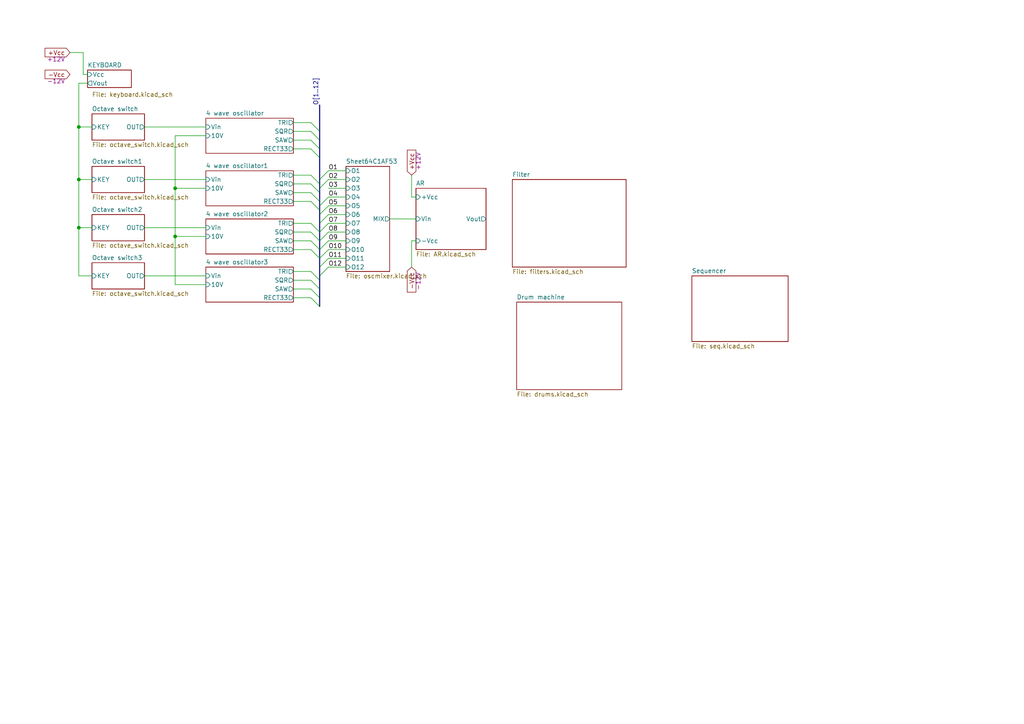
<source format=kicad_sch>
(kicad_sch (version 20230121) (generator eeschema)

  (uuid c9b1620a-569f-4770-8753-fedfc7271ef5)

  (paper "A4")

  (lib_symbols
  )

  (junction (at 50.8 54.61) (diameter 0) (color 0 0 0 0)
    (uuid 5cef39d7-33ba-4ef5-8ddd-54db29fe818a)
  )
  (junction (at 22.86 52.07) (diameter 0) (color 0 0 0 0)
    (uuid 755c851e-c1ad-48ec-b915-1815eca058fe)
  )
  (junction (at 50.8 68.58) (diameter 0) (color 0 0 0 0)
    (uuid 764fefbd-f946-45e3-88bf-e8abd6c61985)
  )
  (junction (at 22.86 36.83) (diameter 0) (color 0 0 0 0)
    (uuid 7b01a160-6c73-47a2-862d-e04399beea9e)
  )
  (junction (at 22.86 66.04) (diameter 0) (color 0 0 0 0)
    (uuid 9c464f78-bbe4-480d-b401-8d41e222f90a)
  )

  (bus_entry (at 92.71 54.61) (size 2.54 -2.54)
    (stroke (width 0) (type default))
    (uuid 06f1c2a4-e0dc-493a-860d-83f475e48d84)
  )
  (bus_entry (at 92.71 64.77) (size 2.54 -2.54)
    (stroke (width 0) (type default))
    (uuid 07f07a05-e4a2-49cc-a5a7-7d1c3b653b9b)
  )
  (bus_entry (at 90.17 67.31) (size 2.54 2.54)
    (stroke (width 0) (type default))
    (uuid 198efe70-5470-4243-979d-d64ef2d2c075)
  )
  (bus_entry (at 92.71 80.01) (size 2.54 -2.54)
    (stroke (width 0) (type default))
    (uuid 1dd427ac-7b49-4604-926b-e5071b906306)
  )
  (bus_entry (at 90.17 78.74) (size 2.54 2.54)
    (stroke (width 0) (type default))
    (uuid 3958dd44-54c3-4952-9553-b1e5768780e2)
  )
  (bus_entry (at 92.71 77.47) (size 2.54 -2.54)
    (stroke (width 0) (type default))
    (uuid 3a324927-c5d9-496d-8d87-941f6dbdd1de)
  )
  (bus_entry (at 90.17 53.34) (size 2.54 2.54)
    (stroke (width 0) (type default))
    (uuid 4394c545-e644-4431-965e-f05ca3f7434f)
  )
  (bus_entry (at 90.17 64.77) (size 2.54 2.54)
    (stroke (width 0) (type default))
    (uuid 43a3f7c3-00b5-4bfa-a733-717a2fae9b04)
  )
  (bus_entry (at 92.71 69.85) (size 2.54 -2.54)
    (stroke (width 0) (type default))
    (uuid 4de13040-f017-40f7-b9af-3ac0bcbe7279)
  )
  (bus_entry (at 90.17 58.42) (size 2.54 2.54)
    (stroke (width 0) (type default))
    (uuid 51cf832b-bdb3-4e96-a5e6-bbc9e47e0d0d)
  )
  (bus_entry (at 90.17 43.18) (size 2.54 2.54)
    (stroke (width 0) (type default))
    (uuid 5e9f1969-148b-49cb-8f0e-37bf703878dd)
  )
  (bus_entry (at 90.17 83.82) (size 2.54 2.54)
    (stroke (width 0) (type default))
    (uuid 644f8019-b066-4c47-ab5a-aa761b8ccf1c)
  )
  (bus_entry (at 92.71 62.23) (size 2.54 -2.54)
    (stroke (width 0) (type default))
    (uuid 69d8c0b2-109a-475d-a408-d31367d004f2)
  )
  (bus_entry (at 90.17 38.1) (size 2.54 2.54)
    (stroke (width 0) (type default))
    (uuid 6a1a2081-cb0f-4849-ac32-0de3960a23fa)
  )
  (bus_entry (at 90.17 72.39) (size 2.54 2.54)
    (stroke (width 0) (type default))
    (uuid 71da8f52-1075-4ee4-ad83-cd36d9b17cd6)
  )
  (bus_entry (at 92.71 72.39) (size 2.54 -2.54)
    (stroke (width 0) (type default))
    (uuid 82a957b9-da92-4fef-963c-2b33e436e573)
  )
  (bus_entry (at 90.17 86.36) (size 2.54 2.54)
    (stroke (width 0) (type default))
    (uuid 850eb46b-74e0-46e4-bc5e-5382e22130a5)
  )
  (bus_entry (at 92.71 52.07) (size 2.54 -2.54)
    (stroke (width 0) (type default))
    (uuid 8877aa3a-07eb-4392-a7f5-7b00ec6086af)
  )
  (bus_entry (at 90.17 50.8) (size 2.54 2.54)
    (stroke (width 0) (type default))
    (uuid 8dc6a699-108b-49ea-b2d2-01b8e31331ef)
  )
  (bus_entry (at 90.17 69.85) (size 2.54 2.54)
    (stroke (width 0) (type default))
    (uuid 900a01a5-b8e8-4c62-8f36-4147485a9356)
  )
  (bus_entry (at 90.17 40.64) (size 2.54 2.54)
    (stroke (width 0) (type default))
    (uuid a17bc5f1-9105-4597-bbf0-577d524660e7)
  )
  (bus_entry (at 92.71 59.69) (size 2.54 -2.54)
    (stroke (width 0) (type default))
    (uuid aa3ea803-3ef5-4507-a821-32477b2f7377)
  )
  (bus_entry (at 92.71 67.31) (size 2.54 -2.54)
    (stroke (width 0) (type default))
    (uuid adccaaaa-9107-4b53-8382-464e90be34ac)
  )
  (bus_entry (at 90.17 55.88) (size 2.54 2.54)
    (stroke (width 0) (type default))
    (uuid b57ac0ad-713a-4234-803e-05e19ec28d36)
  )
  (bus_entry (at 90.17 35.56) (size 2.54 2.54)
    (stroke (width 0) (type default))
    (uuid d2a1bf73-6f4c-4fa1-94dd-cb692ef3ccff)
  )
  (bus_entry (at 90.17 81.28) (size 2.54 2.54)
    (stroke (width 0) (type default))
    (uuid e1242adf-607b-4ece-b457-63ab96d1d9d1)
  )
  (bus_entry (at 92.71 74.93) (size 2.54 -2.54)
    (stroke (width 0) (type default))
    (uuid e9c8519e-5ef5-4982-8d98-ceadcf93367e)
  )

  (wire (pts (xy 50.8 54.61) (xy 59.69 54.61))
    (stroke (width 0) (type default))
    (uuid 009d3b66-4655-405a-9a9f-3706536d9d07)
  )
  (wire (pts (xy 119.38 57.15) (xy 120.65 57.15))
    (stroke (width 0) (type default))
    (uuid 0396ad1f-0073-4b4e-9010-92e3109a9272)
  )
  (wire (pts (xy 85.09 67.31) (xy 90.17 67.31))
    (stroke (width 0) (type default))
    (uuid 058c3448-ccd6-44b5-aa6a-c965a1cfad6b)
  )
  (wire (pts (xy 41.91 80.01) (xy 59.69 80.01))
    (stroke (width 0) (type default))
    (uuid 06dd185c-05ab-4b13-ab9c-55e55c41f8ab)
  )
  (wire (pts (xy 95.25 67.31) (xy 100.33 67.31))
    (stroke (width 0) (type default))
    (uuid 0cd6f3ea-0bf8-4b07-b587-42d00de03bc8)
  )
  (wire (pts (xy 24.13 21.59) (xy 24.13 15.24))
    (stroke (width 0) (type default))
    (uuid 10b4e6a4-d9cd-494f-91ff-972fda731733)
  )
  (wire (pts (xy 95.25 57.15) (xy 100.33 57.15))
    (stroke (width 0) (type default))
    (uuid 1138591c-92c1-4f0e-b4a0-92e5bec1ef42)
  )
  (wire (pts (xy 50.8 39.37) (xy 50.8 54.61))
    (stroke (width 0) (type default))
    (uuid 1f626455-d7be-42e1-a659-880981aefbaf)
  )
  (wire (pts (xy 119.38 69.85) (xy 120.65 69.85))
    (stroke (width 0) (type default))
    (uuid 26fc13c5-b906-4bfb-a745-d106ff95ea19)
  )
  (bus (pts (xy 92.71 55.88) (xy 92.71 58.42))
    (stroke (width 0) (type default))
    (uuid 28ab2eb3-1fd3-437b-aa7c-2aa25433f44a)
  )

  (wire (pts (xy 85.09 83.82) (xy 90.17 83.82))
    (stroke (width 0) (type default))
    (uuid 2a9c131d-77eb-4109-b142-2f5a2a3fa291)
  )
  (wire (pts (xy 85.09 81.28) (xy 90.17 81.28))
    (stroke (width 0) (type default))
    (uuid 2ed8073a-b3f3-478c-9b2c-58df2ca09c9f)
  )
  (wire (pts (xy 95.25 74.93) (xy 100.33 74.93))
    (stroke (width 0) (type default))
    (uuid 30b9e5cc-5b4d-474b-93c7-104a693990fa)
  )
  (wire (pts (xy 50.8 39.37) (xy 59.69 39.37))
    (stroke (width 0) (type default))
    (uuid 32a4fea7-c8f0-40ec-b7c9-9967ebabc767)
  )
  (bus (pts (xy 92.71 67.31) (xy 92.71 69.85))
    (stroke (width 0) (type default))
    (uuid 39147041-315f-4860-aa58-b96224e6e89d)
  )

  (wire (pts (xy 85.09 38.1) (xy 90.17 38.1))
    (stroke (width 0) (type default))
    (uuid 4590fe57-d56c-458f-9228-d2a5dcc35e85)
  )
  (wire (pts (xy 25.4 21.59) (xy 24.13 21.59))
    (stroke (width 0) (type default))
    (uuid 484503fc-0711-4007-a96c-77a6db20b5bb)
  )
  (wire (pts (xy 50.8 68.58) (xy 59.69 68.58))
    (stroke (width 0) (type default))
    (uuid 4e6a30ca-2cdc-4807-ba71-2c405325e46c)
  )
  (bus (pts (xy 92.71 72.39) (xy 92.71 74.93))
    (stroke (width 0) (type default))
    (uuid 50bed32a-a239-4407-8e77-e2da17934da6)
  )

  (wire (pts (xy 25.4 24.13) (xy 22.86 24.13))
    (stroke (width 0) (type default))
    (uuid 53171b1f-8abd-4cfa-bd72-b480fd05f606)
  )
  (bus (pts (xy 92.71 30.48) (xy 92.71 38.1))
    (stroke (width 0) (type default))
    (uuid 535ca04e-0c0a-412f-a7eb-3a6874fd863c)
  )

  (wire (pts (xy 95.25 69.85) (xy 100.33 69.85))
    (stroke (width 0) (type default))
    (uuid 53b52bbd-b34c-4be8-ae91-73610f826523)
  )
  (wire (pts (xy 95.25 49.53) (xy 100.33 49.53))
    (stroke (width 0) (type default))
    (uuid 5489ab24-0cba-4238-9244-65c82e84547d)
  )
  (wire (pts (xy 85.09 72.39) (xy 90.17 72.39))
    (stroke (width 0) (type default))
    (uuid 55c1fa84-1448-4f9d-88d8-40ab31f2a106)
  )
  (wire (pts (xy 22.86 66.04) (xy 26.67 66.04))
    (stroke (width 0) (type default))
    (uuid 561efc7a-034d-4b4a-9edb-dca5109e3c1f)
  )
  (bus (pts (xy 92.71 62.23) (xy 92.71 64.77))
    (stroke (width 0) (type default))
    (uuid 5cd4cbce-bdda-4521-b553-d81bbacb3775)
  )
  (bus (pts (xy 92.71 60.96) (xy 92.71 62.23))
    (stroke (width 0) (type default))
    (uuid 6167d2a2-f333-419d-bd6a-1717dbdba019)
  )
  (bus (pts (xy 92.71 64.77) (xy 92.71 67.31))
    (stroke (width 0) (type default))
    (uuid 6216feb1-d7b8-4cee-8408-6b90b65087c1)
  )
  (bus (pts (xy 92.71 69.85) (xy 92.71 72.39))
    (stroke (width 0) (type default))
    (uuid 67701408-6761-408f-8d56-e949c39fb1d9)
  )

  (wire (pts (xy 95.25 64.77) (xy 100.33 64.77))
    (stroke (width 0) (type default))
    (uuid 6a5bc5b8-a5f6-4ff0-9797-b73735427e71)
  )
  (wire (pts (xy 50.8 82.55) (xy 59.69 82.55))
    (stroke (width 0) (type default))
    (uuid 6b7131a9-487f-44b5-befb-9e871b2b543a)
  )
  (wire (pts (xy 41.91 36.83) (xy 59.69 36.83))
    (stroke (width 0) (type default))
    (uuid 6bc47878-d539-4d25-9900-9943022c20da)
  )
  (wire (pts (xy 22.86 24.13) (xy 22.86 36.83))
    (stroke (width 0) (type default))
    (uuid 6c7d1e79-8c42-43fe-86aa-5f7f9460503e)
  )
  (wire (pts (xy 85.09 50.8) (xy 90.17 50.8))
    (stroke (width 0) (type default))
    (uuid 6c7eb714-a210-4f79-9c33-9e1fe15cc5fc)
  )
  (wire (pts (xy 85.09 35.56) (xy 90.17 35.56))
    (stroke (width 0) (type default))
    (uuid 6d27356e-0d54-43fe-a6d4-6360dcc0de9a)
  )
  (bus (pts (xy 92.71 77.47) (xy 92.71 80.01))
    (stroke (width 0) (type default))
    (uuid 6ee9990b-211f-4216-8793-6ffe4ab3cd18)
  )
  (bus (pts (xy 92.71 74.93) (xy 92.71 77.47))
    (stroke (width 0) (type default))
    (uuid 704c37b2-a557-4b98-a462-f2a2165f4278)
  )

  (wire (pts (xy 95.25 62.23) (xy 100.33 62.23))
    (stroke (width 0) (type default))
    (uuid 7845cd32-3e7f-4f1a-891b-8b7d35433e21)
  )
  (wire (pts (xy 22.86 66.04) (xy 22.86 80.01))
    (stroke (width 0) (type default))
    (uuid 784a2dc3-d972-4581-9abc-46a4df1de33f)
  )
  (bus (pts (xy 92.71 59.69) (xy 92.71 60.96))
    (stroke (width 0) (type default))
    (uuid 7bffb4df-da28-4a62-bb04-10f04253ef31)
  )

  (wire (pts (xy 85.09 64.77) (xy 90.17 64.77))
    (stroke (width 0) (type default))
    (uuid 7cd6ff9e-c7e2-4fd7-8176-28dc5947d3ce)
  )
  (wire (pts (xy 85.09 58.42) (xy 90.17 58.42))
    (stroke (width 0) (type default))
    (uuid 7fadc18d-d7a1-4b39-9c95-fbefc91f1386)
  )
  (bus (pts (xy 92.71 86.36) (xy 92.71 88.9))
    (stroke (width 0) (type default))
    (uuid 80fb0a34-b260-4ca2-8b14-49b74d99eda2)
  )
  (bus (pts (xy 92.71 54.61) (xy 92.71 55.88))
    (stroke (width 0) (type default))
    (uuid 819b2027-a7e8-459b-b530-37b410cfd5bd)
  )

  (wire (pts (xy 95.25 54.61) (xy 100.33 54.61))
    (stroke (width 0) (type default))
    (uuid 84b85bc5-eaf0-4067-96f6-eee9c6de76cb)
  )
  (wire (pts (xy 22.86 36.83) (xy 26.67 36.83))
    (stroke (width 0) (type default))
    (uuid 851ab1d0-4581-4dcf-b437-02b56405ab1d)
  )
  (wire (pts (xy 95.25 77.47) (xy 100.33 77.47))
    (stroke (width 0) (type default))
    (uuid 857e0569-7a23-4bdd-b559-1eec08b298a4)
  )
  (bus (pts (xy 92.71 81.28) (xy 92.71 83.82))
    (stroke (width 0) (type default))
    (uuid 8d5775d9-6cde-471b-8cb1-ad51333a13e6)
  )

  (wire (pts (xy 95.25 52.07) (xy 100.33 52.07))
    (stroke (width 0) (type default))
    (uuid 8eb0524f-0f5d-45f7-9049-18272a0ebaf4)
  )
  (wire (pts (xy 95.25 59.69) (xy 100.33 59.69))
    (stroke (width 0) (type default))
    (uuid 8ef4a779-4695-4de3-b0c6-be5f312246b9)
  )
  (bus (pts (xy 92.71 43.18) (xy 92.71 45.72))
    (stroke (width 0) (type default))
    (uuid 9c32d32f-2906-4645-9679-3572c223f3ef)
  )

  (wire (pts (xy 50.8 68.58) (xy 50.8 82.55))
    (stroke (width 0) (type default))
    (uuid 9cd7e0b6-2389-4ef3-93f8-26c5a50775e4)
  )
  (wire (pts (xy 95.25 72.39) (xy 100.33 72.39))
    (stroke (width 0) (type default))
    (uuid 9ea1a181-a641-4e1d-a734-bb41d08468f8)
  )
  (wire (pts (xy 41.91 52.07) (xy 59.69 52.07))
    (stroke (width 0) (type default))
    (uuid a3803b50-7647-4bae-9de6-9838e2fd528e)
  )
  (wire (pts (xy 85.09 69.85) (xy 90.17 69.85))
    (stroke (width 0) (type default))
    (uuid aa1f1f3b-1788-4a2d-ae61-76d0eb598482)
  )
  (bus (pts (xy 92.71 53.34) (xy 92.71 54.61))
    (stroke (width 0) (type default))
    (uuid ac4e9896-c62a-4787-ab33-01ce0d8dfcdf)
  )

  (wire (pts (xy 50.8 54.61) (xy 50.8 68.58))
    (stroke (width 0) (type default))
    (uuid adb19534-98a7-410e-b5dc-6897d87a9195)
  )
  (bus (pts (xy 92.71 83.82) (xy 92.71 86.36))
    (stroke (width 0) (type default))
    (uuid b2bf42a0-e6d4-40a7-aa9a-6d3f3a6f0206)
  )

  (wire (pts (xy 113.03 63.5) (xy 120.65 63.5))
    (stroke (width 0) (type default))
    (uuid b6064ab0-9164-43a2-b343-2fd98db85d7b)
  )
  (bus (pts (xy 92.71 38.1) (xy 92.71 40.64))
    (stroke (width 0) (type default))
    (uuid b71e1fd6-c400-4f88-af8e-469a1f0e72c9)
  )

  (wire (pts (xy 85.09 40.64) (xy 90.17 40.64))
    (stroke (width 0) (type default))
    (uuid b88ca2f6-6484-4b53-8737-ea80d709eb75)
  )
  (wire (pts (xy 119.38 77.47) (xy 119.38 69.85))
    (stroke (width 0) (type default))
    (uuid bcb74a9e-6234-4c2e-b1c3-bba16ddcbf03)
  )
  (wire (pts (xy 85.09 53.34) (xy 90.17 53.34))
    (stroke (width 0) (type default))
    (uuid be3d7484-96df-4271-890e-1f9cf2203d3e)
  )
  (wire (pts (xy 24.13 15.24) (xy 20.32 15.24))
    (stroke (width 0) (type default))
    (uuid c0806236-ec4e-40ab-88f1-87b62d3550c4)
  )
  (bus (pts (xy 92.71 58.42) (xy 92.71 59.69))
    (stroke (width 0) (type default))
    (uuid c1163806-7b20-41ff-96e7-8e2d3d928d9c)
  )

  (wire (pts (xy 85.09 43.18) (xy 90.17 43.18))
    (stroke (width 0) (type default))
    (uuid c2882a32-e0e6-46c3-b095-fd531ca2d257)
  )
  (wire (pts (xy 22.86 80.01) (xy 26.67 80.01))
    (stroke (width 0) (type default))
    (uuid c701c7e6-77b6-4059-9428-702c134a309b)
  )
  (wire (pts (xy 85.09 86.36) (xy 90.17 86.36))
    (stroke (width 0) (type default))
    (uuid c8699999-3f3b-431f-abb2-3de2657c43b2)
  )
  (bus (pts (xy 92.71 40.64) (xy 92.71 43.18))
    (stroke (width 0) (type default))
    (uuid ca9a2068-5dce-43bb-9401-edfcad168e2e)
  )
  (bus (pts (xy 92.71 45.72) (xy 92.71 52.07))
    (stroke (width 0) (type default))
    (uuid cb07bb4a-f511-4cbc-9c81-ac5070cf9315)
  )
  (bus (pts (xy 92.71 80.01) (xy 92.71 81.28))
    (stroke (width 0) (type default))
    (uuid d10fd523-4cef-4d41-93c4-85107f504a27)
  )

  (wire (pts (xy 85.09 55.88) (xy 90.17 55.88))
    (stroke (width 0) (type default))
    (uuid d1139485-78ac-413a-9b52-76ba40007ce6)
  )
  (wire (pts (xy 119.38 50.8) (xy 119.38 57.15))
    (stroke (width 0) (type default))
    (uuid ddf2a90c-8b8f-4ede-9c4b-a346e21d105e)
  )
  (wire (pts (xy 41.91 66.04) (xy 59.69 66.04))
    (stroke (width 0) (type default))
    (uuid dfacc847-a962-4458-8896-357d3b84ef73)
  )
  (bus (pts (xy 92.71 52.07) (xy 92.71 53.34))
    (stroke (width 0) (type default))
    (uuid e16d5a90-159b-41e1-bac4-823db1c6186f)
  )

  (wire (pts (xy 22.86 52.07) (xy 22.86 66.04))
    (stroke (width 0) (type default))
    (uuid e91976e2-36be-4ffc-a005-57e892ea29f7)
  )
  (wire (pts (xy 85.09 78.74) (xy 90.17 78.74))
    (stroke (width 0) (type default))
    (uuid eb4e7555-bbe4-4c75-931b-76786724139e)
  )
  (wire (pts (xy 22.86 36.83) (xy 22.86 52.07))
    (stroke (width 0) (type default))
    (uuid f252ea60-62f5-45ed-9082-451b63b900b9)
  )
  (wire (pts (xy 22.86 52.07) (xy 26.67 52.07))
    (stroke (width 0) (type default))
    (uuid ffb55de6-c0ac-4c4d-92ea-ccfe338de362)
  )

  (label "O11" (at 95.25 74.93 0) (fields_autoplaced)
    (effects (font (size 1.27 1.27)) (justify left bottom))
    (uuid 09f369c0-55d8-4dbf-afd1-d3c9fefee80a)
  )
  (label "O7" (at 95.25 64.77 0) (fields_autoplaced)
    (effects (font (size 1.27 1.27)) (justify left bottom))
    (uuid 12b7b09a-4ffb-47f8-a538-b40dc6797ec2)
  )
  (label "O8" (at 95.25 67.31 0) (fields_autoplaced)
    (effects (font (size 1.27 1.27)) (justify left bottom))
    (uuid 208252d3-3d3c-4d4c-b284-5cf2a47cd9a2)
  )
  (label "O12" (at 95.25 77.47 0) (fields_autoplaced)
    (effects (font (size 1.27 1.27)) (justify left bottom))
    (uuid 31eab337-7588-484a-a837-e86bc872ddd6)
  )
  (label "O5" (at 95.25 59.69 0) (fields_autoplaced)
    (effects (font (size 1.27 1.27)) (justify left bottom))
    (uuid 4c48e924-179a-4dbe-a873-608595c3c341)
  )
  (label "O1" (at 95.25 49.53 0) (fields_autoplaced)
    (effects (font (size 1.27 1.27)) (justify left bottom))
    (uuid 50bc3750-133c-4ad6-88ca-acc381fe81c9)
  )
  (label "O2" (at 95.25 52.07 0) (fields_autoplaced)
    (effects (font (size 1.27 1.27)) (justify left bottom))
    (uuid 5790fab4-cfb3-47fb-8f64-fae5b5f84dd4)
  )
  (label "O6" (at 95.25 62.23 0) (fields_autoplaced)
    (effects (font (size 1.27 1.27)) (justify left bottom))
    (uuid 6c806049-f3d7-42b1-9ea4-71b51af97246)
  )
  (label "O9" (at 95.25 69.85 0) (fields_autoplaced)
    (effects (font (size 1.27 1.27)) (justify left bottom))
    (uuid 770a4051-23cb-49c9-88e0-b450f75b003b)
  )
  (label "O4" (at 95.25 57.15 0) (fields_autoplaced)
    (effects (font (size 1.27 1.27)) (justify left bottom))
    (uuid 7fbc526f-bbc2-4bd0-96d2-645da590e59f)
  )
  (label "O10" (at 95.25 72.39 0) (fields_autoplaced)
    (effects (font (size 1.27 1.27)) (justify left bottom))
    (uuid 963d2e6d-4ba4-4b3d-880f-42b05ba2aabf)
  )
  (label "O[1..12]" (at 92.71 30.48 90) (fields_autoplaced)
    (effects (font (size 1.27 1.27)) (justify left bottom))
    (uuid c44396d5-89d4-4de0-966e-cb119cae2a11)
  )
  (label "O3" (at 95.25 54.61 0) (fields_autoplaced)
    (effects (font (size 1.27 1.27)) (justify left bottom))
    (uuid c4be86fb-c153-4b0b-a070-60047e3a8eb5)
  )

  (global_label "-Vcc" (shape input) (at 20.32 21.59 180) (fields_autoplaced)
    (effects (font (size 1.27 1.27)) (justify right))
    (uuid 0758dd80-5e99-4f62-9a9a-cd54a3f62632)
    (property "Intersheetrefs" "${INTERSHEET_REFS}" (at 13.1508 21.59 0)
      (effects (font (size 1.27 1.27)) (justify right) hide)
    )
    (property "Voltage" "-12V" (at 20.32 23.4252 0)
      (effects (font (size 1.27 1.27)) (justify right))
    )
  )
  (global_label "+Vcc" (shape input) (at 20.32 15.24 180) (fields_autoplaced)
    (effects (font (size 1.27 1.27)) (justify right))
    (uuid 67190cd3-012c-48df-a59e-d21ce70f606c)
    (property "Intersheetrefs" "${INTERSHEET_REFS}" (at 13.1508 15.24 0)
      (effects (font (size 1.27 1.27)) (justify right) hide)
    )
    (property "Voltage" "+12V" (at 20.32 17.0752 0)
      (effects (font (size 1.27 1.27)) (justify right))
    )
  )
  (global_label "+Vcc" (shape input) (at 119.38 50.8 90) (fields_autoplaced)
    (effects (font (size 1.27 1.27)) (justify left))
    (uuid 80013fa5-b217-4c08-b4fa-eb81d03dfa37)
    (property "Intersheetrefs" "${INTERSHEET_REFS}" (at 119.38 43.6308 90)
      (effects (font (size 1.27 1.27)) (justify left) hide)
    )
    (property "Voltage" "+12V" (at 121.2152 50.8 90)
      (effects (font (size 1.27 1.27)) (justify left))
    )
  )
  (global_label "-Vcc" (shape input) (at 119.38 77.47 270) (fields_autoplaced)
    (effects (font (size 1.27 1.27)) (justify right))
    (uuid f600afd5-e4d2-4c61-9da8-cade98c762b6)
    (property "Intersheetrefs" "${INTERSHEET_REFS}" (at 119.38 84.6392 90)
      (effects (font (size 1.27 1.27)) (justify right) hide)
    )
    (property "Voltage" "-12V" (at 121.2152 77.47 90)
      (effects (font (size 1.27 1.27)) (justify right))
    )
  )

  (sheet (at 26.67 33.02) (size 15.24 7.62) (fields_autoplaced)
    (stroke (width 0) (type solid))
    (fill (color 0 0 0 0.0000))
    (uuid 00000000-0000-0000-0000-000064ba06c3)
    (property "Sheetname" "Octave switch" (at 26.67 32.3084 0)
      (effects (font (size 1.27 1.27)) (justify left bottom))
    )
    (property "Sheetfile" "octave_switch.kicad_sch" (at 26.67 41.2246 0)
      (effects (font (size 1.27 1.27)) (justify left top))
    )
    (pin "KEY" input (at 26.67 36.83 180)
      (effects (font (size 1.27 1.27)) (justify left))
      (uuid ad787c05-e4ce-4377-b646-801e3798fd77)
    )
    (pin "OUT" output (at 41.91 36.83 0)
      (effects (font (size 1.27 1.27)) (justify right))
      (uuid 1fccd637-08fb-4184-a7ef-af7b436e442a)
    )
    (instances
      (project "szinti"
        (path "/c9b1620a-569f-4770-8753-fedfc7271ef5" (page "2"))
      )
    )
  )

  (sheet (at 120.65 54.61) (size 20.32 17.78) (fields_autoplaced)
    (stroke (width 0) (type solid))
    (fill (color 0 0 0 0.0000))
    (uuid 00000000-0000-0000-0000-000064bb21ab)
    (property "Sheetname" "AR" (at 120.65 53.8984 0)
      (effects (font (size 1.27 1.27)) (justify left bottom))
    )
    (property "Sheetfile" "AR.kicad_sch" (at 120.65 72.9746 0)
      (effects (font (size 1.27 1.27)) (justify left top))
    )
    (pin "+Vcc" input (at 120.65 57.15 180)
      (effects (font (size 1.27 1.27)) (justify left))
      (uuid af5e7f35-40a9-481e-8473-bb7904e2ec21)
    )
    (pin "-Vcc" input (at 120.65 69.85 180)
      (effects (font (size 1.27 1.27)) (justify left))
      (uuid 7d16fcee-e1a2-4314-8bdd-280bee2cf851)
    )
    (pin "Vout" output (at 140.97 63.5 0)
      (effects (font (size 1.27 1.27)) (justify right))
      (uuid 5ce6b709-1772-44eb-af75-14fefe3e0b06)
    )
    (pin "Vin" input (at 120.65 63.5 180)
      (effects (font (size 1.27 1.27)) (justify left))
      (uuid 434f2bff-0641-450d-b318-43dcf75b7c2d)
    )
    (instances
      (project "szinti"
        (path "/c9b1620a-569f-4770-8753-fedfc7271ef5" (page "11"))
      )
    )
  )

  (sheet (at 59.69 34.29) (size 25.4 10.16) (fields_autoplaced)
    (stroke (width 0) (type solid))
    (fill (color 0 0 0 0.0000))
    (uuid 00000000-0000-0000-0000-000064bd503a)
    (property "Sheetname" "4 wave oscillator" (at 59.69 33.5784 0)
      (effects (font (size 1.27 1.27)) (justify left bottom))
    )
    (property "Sheetfile" "4waveoscillator.kicad_sch" (at 59.69 45.0346 0)
      (effects (font (size 1.27 1.27)) (justify left top) hide)
    )
    (pin "Vin" input (at 59.69 36.83 180)
      (effects (font (size 1.27 1.27)) (justify left))
      (uuid 864386a1-af5f-47e8-a6a1-153fbd833d98)
    )
    (pin "SAW" output (at 85.09 40.64 0)
      (effects (font (size 1.27 1.27)) (justify right))
      (uuid c4c98d09-d55d-44ff-916c-2d61ab6df8b4)
    )
    (pin "RECT33" output (at 85.09 43.18 0)
      (effects (font (size 1.27 1.27)) (justify right))
      (uuid 44165322-2090-4c50-9aa5-1454c4166050)
    )
    (pin "SQR" output (at 85.09 38.1 0)
      (effects (font (size 1.27 1.27)) (justify right))
      (uuid 29695ae9-00b9-40c3-94a9-3384dae00fb9)
    )
    (pin "TRI" output (at 85.09 35.56 0)
      (effects (font (size 1.27 1.27)) (justify right))
      (uuid f0b93cc4-ba61-4d0f-8da2-81edece9da94)
    )
    (pin "10V" input (at 59.69 39.37 180)
      (effects (font (size 1.27 1.27)) (justify left))
      (uuid ec5b2b13-8695-47ac-a2ec-ffb58129508e)
    )
    (instances
      (project "szinti"
        (path "/c9b1620a-569f-4770-8753-fedfc7271ef5" (page "6"))
      )
    )
  )

  (sheet (at 100.33 48.26) (size 12.7 30.48) (fields_autoplaced)
    (stroke (width 0) (type solid))
    (fill (color 0 0 0 0.0000))
    (uuid 00000000-0000-0000-0000-000064c1af54)
    (property "Sheetname" "Sheet64C1AF53" (at 100.33 47.5484 0)
      (effects (font (size 1.27 1.27)) (justify left bottom))
    )
    (property "Sheetfile" "oscmixer.kicad_sch" (at 100.33 79.3246 0)
      (effects (font (size 1.27 1.27)) (justify left top))
    )
    (pin "O1" input (at 100.33 49.53 180)
      (effects (font (size 1.27 1.27)) (justify left))
      (uuid 2b41de05-2290-4b2f-a7bd-8a13ef1ce850)
    )
    (pin "O2" input (at 100.33 52.07 180)
      (effects (font (size 1.27 1.27)) (justify left))
      (uuid 351e056c-6761-4be3-914d-db292e75f5be)
    )
    (pin "O3" input (at 100.33 54.61 180)
      (effects (font (size 1.27 1.27)) (justify left))
      (uuid e1f24ffd-1887-4a8f-899b-7da8c3647784)
    )
    (pin "O4" input (at 100.33 57.15 180)
      (effects (font (size 1.27 1.27)) (justify left))
      (uuid ab4f5898-043e-4e11-8781-5336462817af)
    )
    (pin "MIX" output (at 113.03 63.5 0)
      (effects (font (size 1.27 1.27)) (justify right))
      (uuid 668e52f7-9db9-45c2-819e-1f4d7b901e61)
    )
    (pin "O5" input (at 100.33 59.69 180)
      (effects (font (size 1.27 1.27)) (justify left))
      (uuid 22c91f1c-c41f-456c-a58f-5e9cfe99493c)
    )
    (pin "O6" input (at 100.33 62.23 180)
      (effects (font (size 1.27 1.27)) (justify left))
      (uuid 6edf6e1b-6e74-4c91-931e-2622bc07d667)
    )
    (pin "O7" input (at 100.33 64.77 180)
      (effects (font (size 1.27 1.27)) (justify left))
      (uuid 7bb15cec-c993-4228-bfec-1551a1e37650)
    )
    (pin "O8" input (at 100.33 67.31 180)
      (effects (font (size 1.27 1.27)) (justify left))
      (uuid 442509ed-817d-4372-bc23-fda3ce8eb9a0)
    )
    (pin "O12" input (at 100.33 77.47 180)
      (effects (font (size 1.27 1.27)) (justify left))
      (uuid e94480a0-0a3e-48af-a07b-ea6241c30161)
    )
    (pin "O11" input (at 100.33 74.93 180)
      (effects (font (size 1.27 1.27)) (justify left))
      (uuid 62105c0a-6c27-413a-995d-cc07b02c4f6d)
    )
    (pin "O10" input (at 100.33 72.39 180)
      (effects (font (size 1.27 1.27)) (justify left))
      (uuid 2089ecf2-5335-47a8-b529-0c12c66bae24)
    )
    (pin "O9" input (at 100.33 69.85 180)
      (effects (font (size 1.27 1.27)) (justify left))
      (uuid bebaa780-ebf2-4cfe-9f31-7c2652a108c0)
    )
    (instances
      (project "szinti"
        (path "/c9b1620a-569f-4770-8753-fedfc7271ef5" (page "10"))
      )
    )
  )

  (sheet (at 148.59 52.07) (size 33.02 25.4) (fields_autoplaced)
    (stroke (width 0.1524) (type solid))
    (fill (color 0 0 0 0.0000))
    (uuid 04660dd6-932c-49c4-8d20-d1e5e1ca2749)
    (property "Sheetname" "Filter" (at 148.59 51.3584 0)
      (effects (font (size 1.27 1.27)) (justify left bottom))
    )
    (property "Sheetfile" "filters.kicad_sch" (at 148.59 78.0546 0)
      (effects (font (size 1.27 1.27)) (justify left top))
    )
    (instances
      (project "szinti"
        (path "/c9b1620a-569f-4770-8753-fedfc7271ef5" (page "15"))
      )
    )
  )

  (sheet (at 59.69 63.5) (size 25.4 10.16) (fields_autoplaced)
    (stroke (width 0) (type solid))
    (fill (color 0 0 0 0.0000))
    (uuid 46a0d7fb-89ff-4968-b0a1-f439fbbbd926)
    (property "Sheetname" "4 wave oscillator2" (at 59.69 62.7884 0)
      (effects (font (size 1.27 1.27)) (justify left bottom))
    )
    (property "Sheetfile" "4waveoscillator.kicad_sch" (at 59.69 74.2446 0)
      (effects (font (size 1.27 1.27)) (justify left top) hide)
    )
    (pin "Vin" input (at 59.69 66.04 180)
      (effects (font (size 1.27 1.27)) (justify left))
      (uuid c613b8cb-01db-414b-b166-dce9ed1dc87f)
    )
    (pin "SAW" output (at 85.09 69.85 0)
      (effects (font (size 1.27 1.27)) (justify right))
      (uuid d1a3244c-e3d8-438f-9f17-e1de2b24e1f2)
    )
    (pin "RECT33" output (at 85.09 72.39 0)
      (effects (font (size 1.27 1.27)) (justify right))
      (uuid f61a4043-52d7-4d60-b4df-c369f24f9feb)
    )
    (pin "SQR" output (at 85.09 67.31 0)
      (effects (font (size 1.27 1.27)) (justify right))
      (uuid 39d1a805-b53c-4c1a-be19-fa8423d44f66)
    )
    (pin "TRI" output (at 85.09 64.77 0)
      (effects (font (size 1.27 1.27)) (justify right))
      (uuid 1afc1a81-2fdd-4e59-bf9b-689ee042ddbe)
    )
    (pin "10V" input (at 59.69 68.58 180)
      (effects (font (size 1.27 1.27)) (justify left))
      (uuid 77acdbfa-9479-499c-9ae9-2f080560312d)
    )
    (instances
      (project "szinti"
        (path "/c9b1620a-569f-4770-8753-fedfc7271ef5" (page "7"))
      )
    )
  )

  (sheet (at 26.67 48.26) (size 15.24 7.62) (fields_autoplaced)
    (stroke (width 0) (type solid))
    (fill (color 0 0 0 0.0000))
    (uuid 4d7ff619-b956-4e49-8cc4-25f219e8dc4b)
    (property "Sheetname" "Octave switch1" (at 26.67 47.5484 0)
      (effects (font (size 1.27 1.27)) (justify left bottom))
    )
    (property "Sheetfile" "octave_switch.kicad_sch" (at 26.67 56.4646 0)
      (effects (font (size 1.27 1.27)) (justify left top))
    )
    (pin "KEY" input (at 26.67 52.07 180)
      (effects (font (size 1.27 1.27)) (justify left))
      (uuid 7640116e-1a15-43f0-b147-f15804166a49)
    )
    (pin "OUT" output (at 41.91 52.07 0)
      (effects (font (size 1.27 1.27)) (justify right))
      (uuid 54f27eb5-ee07-4693-b032-b5bbe634f1bd)
    )
    (instances
      (project "szinti"
        (path "/c9b1620a-569f-4770-8753-fedfc7271ef5" (page "3"))
      )
    )
  )

  (sheet (at 25.4 20.32) (size 12.7 5.08)
    (stroke (width 0.1524) (type solid))
    (fill (color 0 0 0 0.0000))
    (uuid 4e4dea23-2f17-463b-9ca5-2828f8ff861a)
    (property "Sheetname" "KEYBOARD" (at 25.4 19.6084 0)
      (effects (font (size 1.27 1.27)) (justify left bottom))
    )
    (property "Sheetfile" "keyboard.kicad_sch" (at 26.67 26.67 0)
      (effects (font (size 1.27 1.27)) (justify left top))
    )
    (pin "Vcc" input (at 25.4 21.59 180)
      (effects (font (size 1.27 1.27)) (justify left))
      (uuid 6eacd892-5165-4ec7-843e-6773b830c9a7)
    )
    (pin "Vout" output (at 25.4 24.13 180)
      (effects (font (size 1.27 1.27)) (justify left))
      (uuid 690e2757-80ab-4478-9dc3-8cf0dee312df)
    )
    (instances
      (project "szinti"
        (path "/c9b1620a-569f-4770-8753-fedfc7271ef5" (page "12"))
      )
    )
  )

  (sheet (at 26.67 76.2) (size 15.24 7.62) (fields_autoplaced)
    (stroke (width 0) (type solid))
    (fill (color 0 0 0 0.0000))
    (uuid 622853d3-f6ce-449d-a8cc-1506d1b27fb9)
    (property "Sheetname" "Octave switch3" (at 26.67 75.4884 0)
      (effects (font (size 1.27 1.27)) (justify left bottom))
    )
    (property "Sheetfile" "octave_switch.kicad_sch" (at 26.67 84.4046 0)
      (effects (font (size 1.27 1.27)) (justify left top))
    )
    (pin "KEY" input (at 26.67 80.01 180)
      (effects (font (size 1.27 1.27)) (justify left))
      (uuid e11a177e-8f22-427b-98f6-12a7cf5e53f0)
    )
    (pin "OUT" output (at 41.91 80.01 0)
      (effects (font (size 1.27 1.27)) (justify right))
      (uuid f36f42f9-c744-4ec3-bd5f-f0b38f755e2e)
    )
    (instances
      (project "szinti"
        (path "/c9b1620a-569f-4770-8753-fedfc7271ef5" (page "8"))
      )
    )
  )

  (sheet (at 59.69 77.47) (size 25.4 10.16) (fields_autoplaced)
    (stroke (width 0) (type solid))
    (fill (color 0 0 0 0.0000))
    (uuid 85420780-bdd6-4003-947b-bd65c2d0901d)
    (property "Sheetname" "4 wave oscillator3" (at 59.69 76.7584 0)
      (effects (font (size 1.27 1.27)) (justify left bottom))
    )
    (property "Sheetfile" "4waveoscillator.kicad_sch" (at 59.69 88.2146 0)
      (effects (font (size 1.27 1.27)) (justify left top) hide)
    )
    (pin "Vin" input (at 59.69 80.01 180)
      (effects (font (size 1.27 1.27)) (justify left))
      (uuid c0eea19d-da7c-425c-b001-95f4efaf86d9)
    )
    (pin "SAW" output (at 85.09 83.82 0)
      (effects (font (size 1.27 1.27)) (justify right))
      (uuid 95b96b38-f5e0-46e1-9d28-f48ab50c8e10)
    )
    (pin "RECT33" output (at 85.09 86.36 0)
      (effects (font (size 1.27 1.27)) (justify right))
      (uuid d0b8ee9f-06a8-404a-ad36-0bf0b527a88c)
    )
    (pin "SQR" output (at 85.09 81.28 0)
      (effects (font (size 1.27 1.27)) (justify right))
      (uuid e7f08256-6869-475e-bc3f-fb311d7fe9ee)
    )
    (pin "TRI" output (at 85.09 78.74 0)
      (effects (font (size 1.27 1.27)) (justify right))
      (uuid c9fda51f-814d-4c6c-a655-56e061da6c10)
    )
    (pin "10V" input (at 59.69 82.55 180)
      (effects (font (size 1.27 1.27)) (justify left))
      (uuid 01e34c99-3d06-41fc-abcf-9badb0ac703a)
    )
    (instances
      (project "szinti"
        (path "/c9b1620a-569f-4770-8753-fedfc7271ef5" (page "9"))
      )
    )
  )

  (sheet (at 200.66 80.01) (size 27.94 19.05) (fields_autoplaced)
    (stroke (width 0.1524) (type solid))
    (fill (color 0 0 0 0.0000))
    (uuid 978a7d28-4d18-4a21-ae3e-8f9a6e7e6403)
    (property "Sheetname" "Sequencer" (at 200.66 79.2984 0)
      (effects (font (size 1.27 1.27)) (justify left bottom))
    )
    (property "Sheetfile" "seq.kicad_sch" (at 200.66 99.6446 0)
      (effects (font (size 1.27 1.27)) (justify left top))
    )
    (instances
      (project "szinti"
        (path "/c9b1620a-569f-4770-8753-fedfc7271ef5" (page "16"))
      )
    )
  )

  (sheet (at 26.67 62.23) (size 15.24 7.62) (fields_autoplaced)
    (stroke (width 0) (type solid))
    (fill (color 0 0 0 0.0000))
    (uuid f113e3ef-706d-4ee4-ae72-e5447bc34964)
    (property "Sheetname" "Octave switch2" (at 26.67 61.5184 0)
      (effects (font (size 1.27 1.27)) (justify left bottom))
    )
    (property "Sheetfile" "octave_switch.kicad_sch" (at 26.67 70.4346 0)
      (effects (font (size 1.27 1.27)) (justify left top))
    )
    (pin "KEY" input (at 26.67 66.04 180)
      (effects (font (size 1.27 1.27)) (justify left))
      (uuid a27333a0-0307-4065-8ff7-166a1dd7019e)
    )
    (pin "OUT" output (at 41.91 66.04 0)
      (effects (font (size 1.27 1.27)) (justify right))
      (uuid f863d3ed-c259-44f4-9521-84b7ff9a3987)
    )
    (instances
      (project "szinti"
        (path "/c9b1620a-569f-4770-8753-fedfc7271ef5" (page "5"))
      )
    )
  )

  (sheet (at 149.86 87.63) (size 30.48 25.4) (fields_autoplaced)
    (stroke (width 0.1524) (type solid))
    (fill (color 0 0 0 0.0000))
    (uuid f4265709-47bf-4e20-8d33-f881ef697dfe)
    (property "Sheetname" "Drum machine" (at 149.86 86.9184 0)
      (effects (font (size 1.27 1.27)) (justify left bottom))
    )
    (property "Sheetfile" "drums.kicad_sch" (at 149.86 113.6146 0)
      (effects (font (size 1.27 1.27)) (justify left top))
    )
    (instances
      (project "szinti"
        (path "/c9b1620a-569f-4770-8753-fedfc7271ef5" (page "17"))
      )
    )
  )

  (sheet (at 59.69 49.53) (size 25.4 10.16) (fields_autoplaced)
    (stroke (width 0) (type solid))
    (fill (color 0 0 0 0.0000))
    (uuid f7af0084-3e90-411b-a948-c8877c218a93)
    (property "Sheetname" "4 wave oscillator1" (at 59.69 48.8184 0)
      (effects (font (size 1.27 1.27)) (justify left bottom))
    )
    (property "Sheetfile" "4waveoscillator.kicad_sch" (at 59.69 60.2746 0)
      (effects (font (size 1.27 1.27)) (justify left top) hide)
    )
    (pin "Vin" input (at 59.69 52.07 180)
      (effects (font (size 1.27 1.27)) (justify left))
      (uuid 60ad5606-8125-4233-b1f0-4cddb73c77b8)
    )
    (pin "SAW" output (at 85.09 55.88 0)
      (effects (font (size 1.27 1.27)) (justify right))
      (uuid dacd7833-f354-402c-bea3-b49c706cdfac)
    )
    (pin "RECT33" output (at 85.09 58.42 0)
      (effects (font (size 1.27 1.27)) (justify right))
      (uuid 33900b5a-2527-4485-8f81-53b67a4c5b24)
    )
    (pin "SQR" output (at 85.09 53.34 0)
      (effects (font (size 1.27 1.27)) (justify right))
      (uuid 4ccbbb0f-045d-4b8f-a898-8ebe1885fefe)
    )
    (pin "TRI" output (at 85.09 50.8 0)
      (effects (font (size 1.27 1.27)) (justify right))
      (uuid 2967d1c3-1f7b-4f05-a1c0-9bd5f28a503f)
    )
    (pin "10V" input (at 59.69 54.61 180)
      (effects (font (size 1.27 1.27)) (justify left))
      (uuid 458e81e6-b13e-4bea-8a4b-8bac5ac76165)
    )
    (instances
      (project "szinti"
        (path "/c9b1620a-569f-4770-8753-fedfc7271ef5" (page "4"))
      )
    )
  )

  (sheet_instances
    (path "/" (page "1"))
  )
)

</source>
